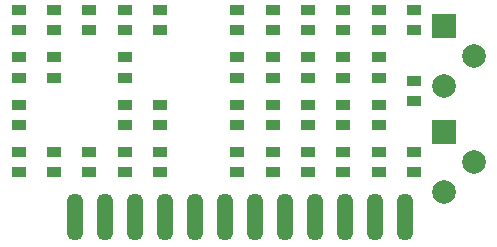
<source format=gbs>
%FSLAX34Y34*%
G04 Gerber Fmt 3.4, Leading zero omitted, Abs format*
G04 (created by PCBNEW (2014-02-02 BZR 4653)-product) date 2014-03-02 10:39:36 PM*
%MOIN*%
G01*
G70*
G90*
G04 APERTURE LIST*
%ADD10C,0.005906*%
%ADD11R,0.045000X0.032000*%
%ADD12O,0.053150X0.157480*%
%ADD13C,0.078700*%
%ADD14R,0.078700X0.078700*%
G04 APERTURE END LIST*
G54D10*
G54D11*
X30511Y-42854D03*
X30511Y-42184D03*
X25590Y-44429D03*
X25590Y-43759D03*
X26771Y-43759D03*
X26771Y-44429D03*
X25590Y-42854D03*
X25590Y-42184D03*
X34055Y-45334D03*
X34055Y-46004D03*
X34055Y-43759D03*
X34055Y-44429D03*
X34055Y-41279D03*
X34055Y-40609D03*
X32874Y-41279D03*
X32874Y-40609D03*
X34055Y-42184D03*
X34055Y-42854D03*
X22047Y-46004D03*
X22047Y-45334D03*
X31692Y-42854D03*
X31692Y-42184D03*
X31692Y-41279D03*
X31692Y-40609D03*
X25590Y-46004D03*
X25590Y-45334D03*
X26771Y-45334D03*
X26771Y-46004D03*
X24409Y-46004D03*
X24409Y-45334D03*
X23228Y-46004D03*
X23228Y-45334D03*
X35236Y-42972D03*
X35236Y-43642D03*
X29330Y-44429D03*
X29330Y-43759D03*
X29330Y-41279D03*
X29330Y-40609D03*
X30511Y-45334D03*
X30511Y-46004D03*
X29330Y-45334D03*
X29330Y-46004D03*
X31692Y-46004D03*
X31692Y-45334D03*
X30511Y-43759D03*
X30511Y-44429D03*
X29330Y-42184D03*
X29330Y-42854D03*
X32874Y-42854D03*
X32874Y-42184D03*
X32874Y-45334D03*
X32874Y-46004D03*
X32874Y-44429D03*
X32874Y-43759D03*
X35236Y-41279D03*
X35236Y-40609D03*
X35236Y-45334D03*
X35236Y-46004D03*
X22047Y-43759D03*
X22047Y-44429D03*
X23228Y-42854D03*
X23228Y-42184D03*
X22047Y-42184D03*
X22047Y-42854D03*
X22047Y-40609D03*
X22047Y-41279D03*
X23228Y-41279D03*
X23228Y-40609D03*
X26771Y-40609D03*
X26771Y-41279D03*
X25590Y-41279D03*
X25590Y-40609D03*
X24409Y-41279D03*
X24409Y-40609D03*
X31692Y-44429D03*
X31692Y-43759D03*
X30511Y-41279D03*
X30511Y-40609D03*
G54D12*
X34921Y-47519D03*
X33921Y-47519D03*
X32921Y-47519D03*
X31921Y-47519D03*
X30921Y-47519D03*
X29921Y-47519D03*
X28921Y-47519D03*
X27921Y-47519D03*
X26921Y-47519D03*
X25921Y-47519D03*
X24921Y-47519D03*
X23921Y-47519D03*
G54D13*
X37220Y-42125D03*
X36220Y-43125D03*
G54D14*
X36220Y-41125D03*
G54D13*
X37220Y-45669D03*
X36220Y-46669D03*
G54D14*
X36220Y-44669D03*
M02*

</source>
